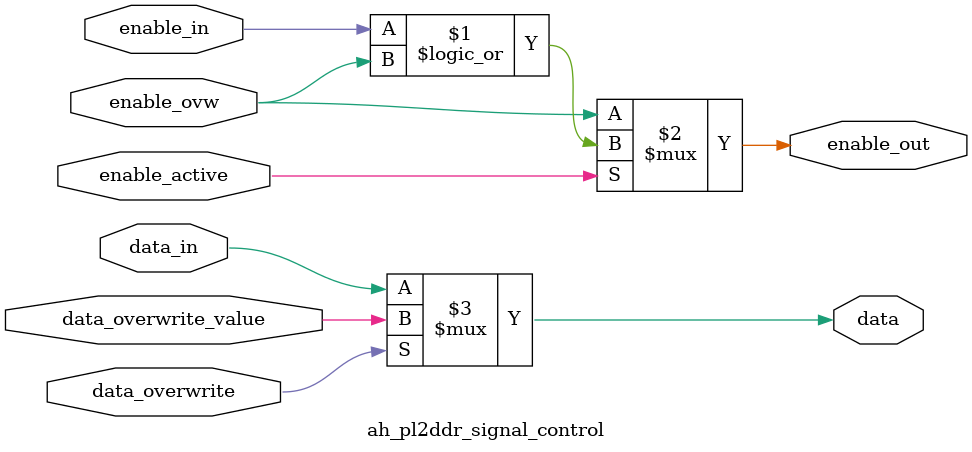
<source format=v>

module ah_pl2ddr_signal_control #(
		parameter DATA_WIDTH = 1
	)(

	
	input wire enable_in,
	input wire enable_active,
	input wire enable_ovw,
	
	input wire [DATA_WIDTH-1:0] data_in,
	input wire data_overwrite,
	input wire [DATA_WIDTH-1:0] data_overwrite_value,

	output wire enable_out,
	output wire [DATA_WIDTH-1:0] data
);
	
	assign enable_out = enable_active ? enable_in || enable_ovw : enable_ovw;		

	assign data = data_overwrite ? data_overwrite_value : data_in;
		
endmodule

</source>
